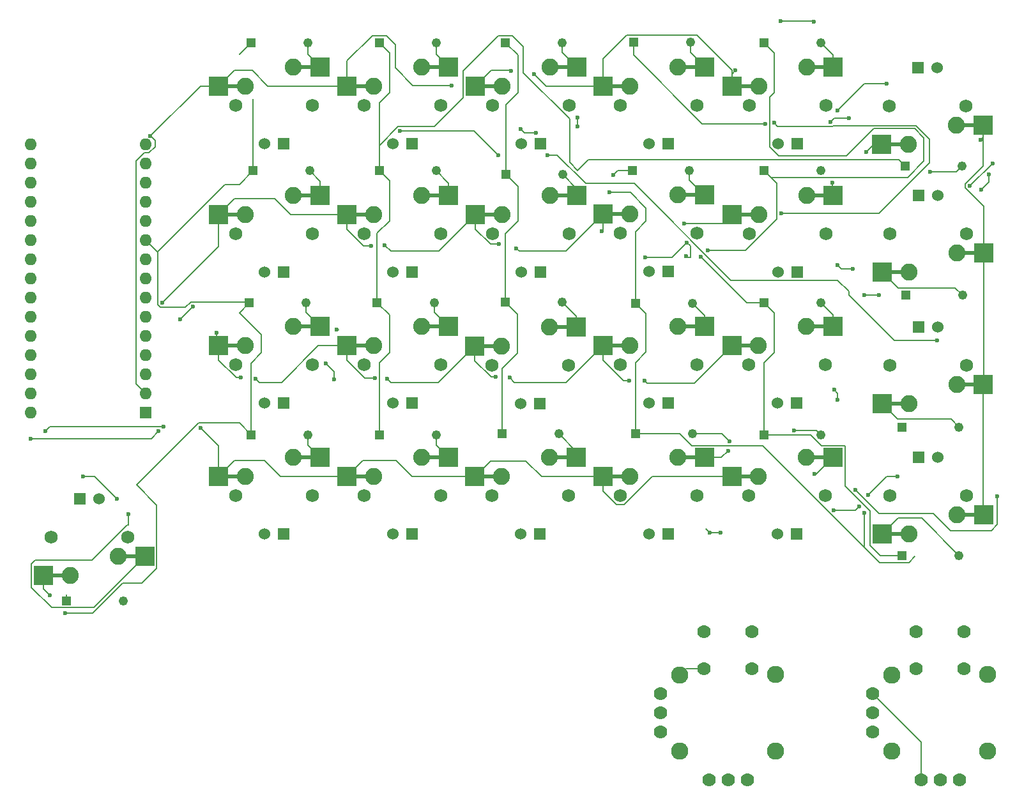
<source format=gbr>
%TF.GenerationSoftware,KiCad,Pcbnew,9.0.2*%
%TF.CreationDate,2025-06-30T11:43:15-04:00*%
%TF.ProjectId,PCB,5043422e-6b69-4636-9164-5f7063625858,rev?*%
%TF.SameCoordinates,Original*%
%TF.FileFunction,Copper,L2,Bot*%
%TF.FilePolarity,Positive*%
%FSLAX46Y46*%
G04 Gerber Fmt 4.6, Leading zero omitted, Abs format (unit mm)*
G04 Created by KiCad (PCBNEW 9.0.2) date 2025-06-30 11:43:15*
%MOMM*%
%LPD*%
G01*
G04 APERTURE LIST*
%TA.AperFunction,ComponentPad*%
%ADD10C,1.238000*%
%TD*%
%TA.AperFunction,ComponentPad*%
%ADD11R,1.238000X1.238000*%
%TD*%
%TA.AperFunction,ComponentPad*%
%ADD12C,1.778000*%
%TD*%
%TA.AperFunction,ComponentPad*%
%ADD13C,2.286000*%
%TD*%
%TA.AperFunction,ComponentPad*%
%ADD14R,1.600000X1.600000*%
%TD*%
%TA.AperFunction,ComponentPad*%
%ADD15O,1.600000X1.600000*%
%TD*%
%TA.AperFunction,WasherPad*%
%ADD16C,1.750000*%
%TD*%
%TA.AperFunction,ComponentPad*%
%ADD17C,2.250000*%
%TD*%
%TA.AperFunction,SMDPad,CuDef*%
%ADD18R,1.500000X0.508000*%
%TD*%
%TA.AperFunction,SMDPad,CuDef*%
%ADD19R,2.550000X2.500000*%
%TD*%
%TA.AperFunction,ComponentPad*%
%ADD20R,1.524000X1.524000*%
%TD*%
%TA.AperFunction,ComponentPad*%
%ADD21C,1.524000*%
%TD*%
%TA.AperFunction,ViaPad*%
%ADD22C,0.600000*%
%TD*%
%TA.AperFunction,Conductor*%
%ADD23C,0.200000*%
%TD*%
G04 APERTURE END LIST*
D10*
%TO.P,D5,A*%
%TO.N,Net-(D5-PadA)*%
X73768500Y-112000000D03*
D11*
%TO.P,D5,K*%
%TO.N,Row 1*%
X66231500Y-112000000D03*
%TD*%
D10*
%TO.P,D3,A*%
%TO.N,Net-(D3-PadA)*%
X98037000Y-72500000D03*
D11*
%TO.P,D3,K*%
%TO.N,Row 1*%
X90500000Y-72500000D03*
%TD*%
D10*
%TO.P,D1,A*%
%TO.N,Net-(D1-PadA)*%
X98268500Y-38000000D03*
D11*
%TO.P,D1,K*%
%TO.N,Row 1*%
X90731500Y-38000000D03*
%TD*%
D10*
%TO.P,D2,A*%
%TO.N,Net-(D2-PadA)*%
X98537000Y-55000000D03*
D11*
%TO.P,D2,K*%
%TO.N,Row 1*%
X91000000Y-55000000D03*
%TD*%
D10*
%TO.P,D18,A*%
%TO.N,Net-(D18-PadA)*%
X149218500Y-72550000D03*
D11*
%TO.P,D18,K*%
%TO.N,Row 4*%
X141681500Y-72550000D03*
%TD*%
D10*
%TO.P,D14,A*%
%TO.N,Net-(D14-PadA)*%
X131513500Y-89874000D03*
D11*
%TO.P,D14,K*%
%TO.N,Row 3*%
X123976500Y-89874000D03*
%TD*%
D12*
%TO.P,U1,B1A,SEL+*%
%TO.N,SEL1*%
X150755400Y-116066500D03*
%TO.P,U1,B1B*%
%TO.N,N/C*%
X157105400Y-116086300D03*
%TO.P,U1,B2A,SEL-*%
%TO.N,GND*%
X150755400Y-121006500D03*
%TO.P,U1,B2B*%
%TO.N,N/C*%
X157115400Y-121026500D03*
%TO.P,U1,H1,H+*%
%TO.N,+3V3*%
X151405400Y-135756500D03*
%TO.P,U1,H2,H*%
%TO.N,H1*%
X153945400Y-135776500D03*
%TO.P,U1,H3,H-*%
%TO.N,GND*%
X156485400Y-135756500D03*
D13*
%TO.P,U1,S1,SHIELD*%
X147580400Y-121816500D03*
%TO.P,U1,S2,SHIELD*%
X147580400Y-131946500D03*
%TO.P,U1,S3,SHIELD*%
X160280400Y-131961300D03*
%TO.P,U1,S4,SHIELD*%
X160280400Y-121801300D03*
D12*
%TO.P,U1,V1,V+*%
%TO.N,+3V3*%
X145040400Y-124341300D03*
%TO.P,U1,V2,V*%
%TO.N,V1*%
X145025400Y-126866500D03*
%TO.P,U1,V3,V-*%
%TO.N,GND*%
X145025400Y-129406500D03*
%TD*%
D14*
%TO.P,A1,1,D1/TX*%
%TO.N,Column 2*%
X76740000Y-87060000D03*
D15*
%TO.P,A1,2,D0/RX*%
%TO.N,Column 1*%
X76740000Y-84520000D03*
%TO.P,A1,3,~{RESET}*%
%TO.N,unconnected-(A1-~{RESET}-Pad3)*%
X76740000Y-81980000D03*
%TO.P,A1,4,GND*%
%TO.N,GND*%
X76740000Y-79440000D03*
%TO.P,A1,5,D2*%
%TO.N,SEL1*%
X76740000Y-76900000D03*
%TO.P,A1,6,D3*%
%TO.N,SEL2*%
X76740000Y-74360000D03*
%TO.P,A1,7,D4*%
%TO.N,Column 3*%
X76740000Y-71820000D03*
%TO.P,A1,8,D5*%
%TO.N,Column 4*%
X76740000Y-69280000D03*
%TO.P,A1,9,D6*%
%TO.N,Column 5*%
X76740000Y-66740000D03*
%TO.P,A1,10,D7*%
%TO.N,Row 1*%
X76740000Y-64200000D03*
%TO.P,A1,11,D8*%
%TO.N,Row 2*%
X76740000Y-61660000D03*
%TO.P,A1,12,D9*%
%TO.N,Row 3*%
X76740000Y-59120000D03*
%TO.P,A1,13,D10/CS*%
%TO.N,Row 4*%
X76740000Y-56580000D03*
%TO.P,A1,14,D11/COPI*%
%TO.N,Row 5*%
X76740000Y-54040000D03*
%TO.P,A1,15,D12/CIPO*%
%TO.N,ARGB*%
X76740000Y-51500000D03*
%TO.P,A1,16,D13/SCK*%
%TO.N,unconnected-(A1-D13{slash}SCK-Pad16)*%
X61500000Y-51500000D03*
%TO.P,A1,17,3V3*%
%TO.N,+3V3*%
X61500000Y-54040000D03*
%TO.P,A1,18,B0*%
%TO.N,unconnected-(A1-B0-Pad18)*%
X61500000Y-56580000D03*
%TO.P,A1,19,A0*%
%TO.N,V1*%
X61500000Y-59120000D03*
%TO.P,A1,20,A1*%
%TO.N,H1*%
X61500000Y-61660000D03*
%TO.P,A1,21,A2*%
%TO.N,V2*%
X61500000Y-64200000D03*
%TO.P,A1,22,A3*%
%TO.N,H2*%
X61500000Y-66740000D03*
%TO.P,A1,23,SDA/A4*%
%TO.N,unconnected-(A1-SDA{slash}A4-Pad23)*%
X61500000Y-69280000D03*
%TO.P,A1,24,SCL/A5*%
%TO.N,unconnected-(A1-SCL{slash}A5-Pad24)*%
X61500000Y-71820000D03*
%TO.P,A1,25,A6*%
%TO.N,unconnected-(A1-A6-Pad25)*%
X61500000Y-74360000D03*
%TO.P,A1,26,A7*%
%TO.N,unconnected-(A1-A7-Pad26)*%
X61500000Y-76900000D03*
%TO.P,A1,27,VUSB/5V*%
%TO.N,+5V*%
X61500000Y-79440000D03*
%TO.P,A1,28,B1*%
%TO.N,unconnected-(A1-B1-Pad28)*%
X61500000Y-81980000D03*
%TO.P,A1,29,GND*%
%TO.N,GND*%
X61500000Y-84520000D03*
%TO.P,A1,30,VIN*%
%TO.N,unconnected-(A1-VIN-Pad30)*%
X61500000Y-87060000D03*
%TD*%
D10*
%TO.P,D4,A*%
%TO.N,Net-(D4-PadA)*%
X98268500Y-90000000D03*
D11*
%TO.P,D4,K*%
%TO.N,Row 1*%
X90731500Y-90000000D03*
%TD*%
D10*
%TO.P,D8,A*%
%TO.N,Net-(D8-PadA)*%
X115000000Y-72500000D03*
D11*
%TO.P,D8,K*%
%TO.N,Row 2*%
X107463000Y-72500000D03*
%TD*%
D10*
%TO.P,D13,A*%
%TO.N,Net-(D13-PadA)*%
X131968500Y-72400000D03*
D11*
%TO.P,D13,K*%
%TO.N,Row 3*%
X124431500Y-72400000D03*
%TD*%
D10*
%TO.P,D10,A*%
%TO.N,Net-(D10-PadA)*%
X115268500Y-38000000D03*
D11*
%TO.P,D10,K*%
%TO.N,Row 2*%
X107731500Y-38000000D03*
%TD*%
D10*
%TO.P,D23,A*%
%TO.N,Net-(D23-PadA)*%
X166268500Y-72500000D03*
D11*
%TO.P,D23,K*%
%TO.N,Row 5*%
X158731500Y-72500000D03*
%TD*%
D10*
%TO.P,D19,A*%
%TO.N,Net-(D19-PadA)*%
X149208000Y-89856000D03*
D11*
%TO.P,D19,K*%
%TO.N,Row 4*%
X141671000Y-89856000D03*
%TD*%
D10*
%TO.P,D20,A*%
%TO.N,Net-(D20-PadA)*%
X184587000Y-89000000D03*
D11*
%TO.P,D20,K*%
%TO.N,Row 4*%
X177050000Y-89000000D03*
%TD*%
D10*
%TO.P,D21,A*%
%TO.N,Net-(D21-PadA)*%
X184587000Y-106000000D03*
D11*
%TO.P,D21,K*%
%TO.N,Row 5*%
X177050000Y-106000000D03*
%TD*%
D10*
%TO.P,D12,A*%
%TO.N,Net-(D12-PadA)*%
X132037250Y-55500000D03*
D11*
%TO.P,D12,K*%
%TO.N,Row 3*%
X124500250Y-55500000D03*
%TD*%
D10*
%TO.P,D24,A*%
%TO.N,Net-(D24-PadA)*%
X166268500Y-55000000D03*
D11*
%TO.P,D24,K*%
%TO.N,Row 5*%
X158731500Y-55000000D03*
%TD*%
D12*
%TO.P,U2,B1A,SEL+*%
%TO.N,SEL2*%
X178875000Y-116066500D03*
%TO.P,U2,B1B*%
%TO.N,N/C*%
X185225000Y-116086300D03*
%TO.P,U2,B2A,SEL-*%
%TO.N,GND*%
X178875000Y-121006500D03*
%TO.P,U2,B2B*%
%TO.N,N/C*%
X185235000Y-121026500D03*
%TO.P,U2,H1,H+*%
%TO.N,+3V3*%
X179525000Y-135756500D03*
%TO.P,U2,H2,H*%
%TO.N,H2*%
X182065000Y-135776500D03*
%TO.P,U2,H3,H-*%
%TO.N,GND*%
X184605000Y-135756500D03*
D13*
%TO.P,U2,S1,SHIELD*%
X175700000Y-121816500D03*
%TO.P,U2,S2,SHIELD*%
X175700000Y-131946500D03*
%TO.P,U2,S3,SHIELD*%
X188400000Y-131961300D03*
%TO.P,U2,S4,SHIELD*%
X188400000Y-121801300D03*
D12*
%TO.P,U2,V1,V+*%
%TO.N,+3V3*%
X173160000Y-124341300D03*
%TO.P,U2,V2,V*%
%TO.N,V2*%
X173145000Y-126866500D03*
%TO.P,U2,V3,V-*%
%TO.N,GND*%
X173145000Y-129406500D03*
%TD*%
D10*
%TO.P,D11,A*%
%TO.N,Net-(D11-PadA)*%
X132000000Y-38000000D03*
D11*
%TO.P,D11,K*%
%TO.N,Row 3*%
X124463000Y-38000000D03*
%TD*%
D10*
%TO.P,D15,A*%
%TO.N,Net-(D15-PadA)*%
X185037000Y-71500000D03*
D11*
%TO.P,D15,K*%
%TO.N,Row 3*%
X177500000Y-71500000D03*
%TD*%
D10*
%TO.P,D9,A*%
%TO.N,Net-(D9-PadA)*%
X115268500Y-55000000D03*
D11*
%TO.P,D9,K*%
%TO.N,Row 2*%
X107731500Y-55000000D03*
%TD*%
D10*
%TO.P,D7,A*%
%TO.N,Net-(D7-PadA)*%
X115268500Y-90000000D03*
D11*
%TO.P,D7,K*%
%TO.N,Row 2*%
X107731500Y-90000000D03*
%TD*%
D10*
%TO.P,D6,A*%
%TO.N,Net-(D6-PadA)*%
X184955800Y-54400000D03*
D11*
%TO.P,D6,K*%
%TO.N,Row 2*%
X177418800Y-54400000D03*
%TD*%
D10*
%TO.P,D17,A*%
%TO.N,Net-(D17-PadA)*%
X148837300Y-55000000D03*
D11*
%TO.P,D17,K*%
%TO.N,Row 4*%
X141300300Y-55000000D03*
%TD*%
D10*
%TO.P,D25,A*%
%TO.N,Net-(D25-PadA)*%
X166268500Y-38000000D03*
D11*
%TO.P,D25,K*%
%TO.N,Row 5*%
X158731500Y-38000000D03*
%TD*%
D10*
%TO.P,D16,A*%
%TO.N,Net-(D16-PadA)*%
X148987000Y-37975000D03*
D11*
%TO.P,D16,K*%
%TO.N,Row 4*%
X141450000Y-37975000D03*
%TD*%
D10*
%TO.P,D22,A*%
%TO.N,Net-(D22-PadA)*%
X166268500Y-90000000D03*
D11*
%TO.P,D22,K*%
%TO.N,Row 5*%
X158731500Y-90000000D03*
%TD*%
D16*
%TO.P,SW13,*%
%TO.N,*%
X149850000Y-46295000D03*
X139690000Y-46295000D03*
D17*
%TO.P,SW13,1,1*%
%TO.N,Column 1*%
X140960000Y-43755000D03*
D18*
X139245500Y-43755000D03*
D19*
X137410000Y-43755000D03*
%TO.P,SW13,2,2*%
%TO.N,Net-(D16-PadA)*%
X150860000Y-41215000D03*
D18*
X149024500Y-41215000D03*
D17*
X147310000Y-41215000D03*
D20*
%TO.P,SW13,3*%
%TO.N,N/C*%
X146040000Y-51375000D03*
D21*
%TO.P,SW13,4*%
X143500000Y-51375000D03*
%TD*%
D16*
%TO.P,SW9,*%
%TO.N,*%
X115895000Y-80724000D03*
X105735000Y-80724000D03*
D17*
%TO.P,SW9,1,1*%
%TO.N,Column 3*%
X107005000Y-78184000D03*
D18*
X105290500Y-78184000D03*
D19*
X103455000Y-78184000D03*
%TO.P,SW9,2,2*%
%TO.N,Net-(D8-PadA)*%
X116905000Y-75644000D03*
D18*
X115069500Y-75644000D03*
D17*
X113355000Y-75644000D03*
D20*
%TO.P,SW9,3*%
%TO.N,N/C*%
X112085000Y-85804000D03*
D21*
%TO.P,SW9,4*%
X109545000Y-85804000D03*
%TD*%
D16*
%TO.P,SW24,*%
%TO.N,*%
X166895000Y-80724000D03*
X156735000Y-80724000D03*
D17*
%TO.P,SW24,1,1*%
%TO.N,Column 3*%
X158005000Y-78184000D03*
D18*
X156290500Y-78184000D03*
D19*
X154455000Y-78184000D03*
%TO.P,SW24,2,2*%
%TO.N,Net-(D23-PadA)*%
X167905000Y-75644000D03*
D18*
X166069500Y-75644000D03*
D17*
X164355000Y-75644000D03*
D20*
%TO.P,SW24,3*%
%TO.N,N/C*%
X163085000Y-85804000D03*
D21*
%TO.P,SW24,4*%
X160545000Y-85804000D03*
%TD*%
D16*
%TO.P,SW7,*%
%TO.N,*%
X115900000Y-46300000D03*
X105740000Y-46300000D03*
D17*
%TO.P,SW7,1,1*%
%TO.N,Column 1*%
X107010000Y-43760000D03*
D18*
X105295500Y-43760000D03*
D19*
X103460000Y-43760000D03*
%TO.P,SW7,2,2*%
%TO.N,Net-(D10-PadA)*%
X116910000Y-41220000D03*
D18*
X115074500Y-41220000D03*
D17*
X113360000Y-41220000D03*
D20*
%TO.P,SW7,3*%
%TO.N,N/C*%
X112090000Y-51380000D03*
D21*
%TO.P,SW7,4*%
X109550000Y-51380000D03*
%TD*%
D16*
%TO.P,SW19,*%
%TO.N,*%
X149834500Y-98080000D03*
X139674500Y-98080000D03*
D17*
%TO.P,SW19,1,1*%
%TO.N,Column 4*%
X140944500Y-95540000D03*
D18*
X139230000Y-95540000D03*
D19*
X137394500Y-95540000D03*
%TO.P,SW19,2,2*%
%TO.N,Net-(D19-PadA)*%
X150844500Y-93000000D03*
D18*
X149009000Y-93000000D03*
D17*
X147294500Y-93000000D03*
D20*
%TO.P,SW19,3*%
%TO.N,N/C*%
X146024500Y-103160000D03*
D21*
%TO.P,SW19,4*%
X143484500Y-103160000D03*
%TD*%
D16*
%TO.P,SW3,*%
%TO.N,*%
X98900000Y-63320000D03*
X88740000Y-63320000D03*
D17*
%TO.P,SW3,1,1*%
%TO.N,Column 2*%
X90010000Y-60780000D03*
D18*
X88295500Y-60780000D03*
D19*
X86460000Y-60780000D03*
%TO.P,SW3,2,2*%
%TO.N,Net-(D2-PadA)*%
X99910000Y-58240000D03*
D18*
X98074500Y-58240000D03*
D17*
X96360000Y-58240000D03*
D20*
%TO.P,SW3,3*%
%TO.N,N/C*%
X95090000Y-68400000D03*
D21*
%TO.P,SW3,4*%
X92550000Y-68400000D03*
%TD*%
D16*
%TO.P,SW11,*%
%TO.N,*%
X175308500Y-46405000D03*
X185468500Y-46405000D03*
D17*
%TO.P,SW11,1,1*%
%TO.N,Column 5*%
X184198500Y-48945000D03*
D18*
X185913000Y-48945000D03*
D19*
X187748500Y-48945000D03*
%TO.P,SW11,2,2*%
%TO.N,Net-(D6-PadA)*%
X174298500Y-51485000D03*
D18*
X176134000Y-51485000D03*
D17*
X177848500Y-51485000D03*
D20*
%TO.P,SW11,3*%
%TO.N,N/C*%
X179118500Y-41325000D03*
D21*
%TO.P,SW11,4*%
X181658500Y-41325000D03*
%TD*%
D16*
%TO.P,SW17,*%
%TO.N,*%
X149850000Y-80725000D03*
X139690000Y-80725000D03*
D17*
%TO.P,SW17,1,1*%
%TO.N,Column 3*%
X140960000Y-78185000D03*
D18*
X139245500Y-78185000D03*
D19*
X137410000Y-78185000D03*
%TO.P,SW17,2,2*%
%TO.N,Net-(D18-PadA)*%
X150860000Y-75645000D03*
D18*
X149024500Y-75645000D03*
D17*
X147310000Y-75645000D03*
D20*
%TO.P,SW17,3*%
%TO.N,N/C*%
X146040000Y-85805000D03*
D21*
%TO.P,SW17,4*%
X143500000Y-85805000D03*
%TD*%
D16*
%TO.P,SW26,*%
%TO.N,*%
X175398500Y-98060000D03*
X185558500Y-98060000D03*
D17*
%TO.P,SW26,1,1*%
%TO.N,Column 5*%
X184288500Y-100600000D03*
D18*
X186003000Y-100600000D03*
D19*
X187838500Y-100600000D03*
%TO.P,SW26,2,2*%
%TO.N,Net-(D21-PadA)*%
X174388500Y-103140000D03*
D18*
X176224000Y-103140000D03*
D17*
X177938500Y-103140000D03*
D20*
%TO.P,SW26,3*%
%TO.N,N/C*%
X179208500Y-92980000D03*
D21*
%TO.P,SW26,4*%
X181748500Y-92980000D03*
%TD*%
D16*
%TO.P,SW2,*%
%TO.N,*%
X98905000Y-46300000D03*
X88745000Y-46300000D03*
D17*
%TO.P,SW2,1,1*%
%TO.N,Column 1*%
X90015000Y-43760000D03*
D18*
X88300500Y-43760000D03*
D19*
X86465000Y-43760000D03*
%TO.P,SW2,2,2*%
%TO.N,Net-(D1-PadA)*%
X99915000Y-41220000D03*
D18*
X98079500Y-41220000D03*
D17*
X96365000Y-41220000D03*
D20*
%TO.P,SW2,3*%
%TO.N,N/C*%
X95095000Y-51380000D03*
D21*
%TO.P,SW2,4*%
X92555000Y-51380000D03*
%TD*%
D16*
%TO.P,SW12,*%
%TO.N,*%
X132900000Y-46300000D03*
X122740000Y-46300000D03*
D17*
%TO.P,SW12,1,1*%
%TO.N,Column 1*%
X124010000Y-43760000D03*
D18*
X122295500Y-43760000D03*
D19*
X120460000Y-43760000D03*
%TO.P,SW12,2,2*%
%TO.N,Net-(D11-PadA)*%
X133910000Y-41220000D03*
D18*
X132074500Y-41220000D03*
D17*
X130360000Y-41220000D03*
D20*
%TO.P,SW12,3*%
%TO.N,N/C*%
X129090000Y-51380000D03*
D21*
%TO.P,SW12,4*%
X126550000Y-51380000D03*
%TD*%
D16*
%TO.P,SW14,*%
%TO.N,*%
X132920000Y-63330000D03*
X122760000Y-63330000D03*
D17*
%TO.P,SW14,1,1*%
%TO.N,Column 2*%
X124030000Y-60790000D03*
D18*
X122315500Y-60790000D03*
D19*
X120480000Y-60790000D03*
%TO.P,SW14,2,2*%
%TO.N,Net-(D12-PadA)*%
X133930000Y-58250000D03*
D18*
X132094500Y-58250000D03*
D17*
X130380000Y-58250000D03*
D20*
%TO.P,SW14,3*%
%TO.N,N/C*%
X129110000Y-68410000D03*
D21*
%TO.P,SW14,4*%
X126570000Y-68410000D03*
%TD*%
D16*
%TO.P,SW5,*%
%TO.N,*%
X98895000Y-98058000D03*
X88735000Y-98058000D03*
D17*
%TO.P,SW5,1,1*%
%TO.N,Column 4*%
X90005000Y-95518000D03*
D18*
X88290500Y-95518000D03*
D19*
X86455000Y-95518000D03*
%TO.P,SW5,2,2*%
%TO.N,Net-(D4-PadA)*%
X99905000Y-92978000D03*
D18*
X98069500Y-92978000D03*
D17*
X96355000Y-92978000D03*
D20*
%TO.P,SW5,3*%
%TO.N,N/C*%
X95085000Y-103138000D03*
D21*
%TO.P,SW5,4*%
X92545000Y-103138000D03*
%TD*%
D16*
%TO.P,SW6,*%
%TO.N,*%
X64220000Y-103600000D03*
X74380000Y-103600000D03*
D17*
%TO.P,SW6,1,1*%
%TO.N,Column 5*%
X73110000Y-106140000D03*
D18*
X74824500Y-106140000D03*
D19*
X76660000Y-106140000D03*
%TO.P,SW6,2,2*%
%TO.N,Net-(D5-PadA)*%
X63210000Y-108680000D03*
D18*
X65045500Y-108680000D03*
D17*
X66760000Y-108680000D03*
D20*
%TO.P,SW6,3*%
%TO.N,N/C*%
X68030000Y-98520000D03*
D21*
%TO.P,SW6,4*%
X70570000Y-98520000D03*
%TD*%
D16*
%TO.P,SW22,*%
%TO.N,*%
X166900000Y-46300000D03*
X156740000Y-46300000D03*
D17*
%TO.P,SW22,1,1*%
%TO.N,Column 1*%
X158010000Y-43760000D03*
D18*
X156295500Y-43760000D03*
D19*
X154460000Y-43760000D03*
%TO.P,SW22,2,2*%
%TO.N,Net-(D25-PadA)*%
X167910000Y-41220000D03*
D18*
X166074500Y-41220000D03*
D17*
X164360000Y-41220000D03*
D20*
%TO.P,SW22,3*%
%TO.N,N/C*%
X163090000Y-51380000D03*
D21*
%TO.P,SW22,4*%
X160550000Y-51380000D03*
%TD*%
D16*
%TO.P,SW4,*%
%TO.N,*%
X98895000Y-80724000D03*
X88735000Y-80724000D03*
D17*
%TO.P,SW4,1,1*%
%TO.N,Column 3*%
X90005000Y-78184000D03*
D18*
X88290500Y-78184000D03*
D19*
X86455000Y-78184000D03*
%TO.P,SW4,2,2*%
%TO.N,Net-(D3-PadA)*%
X99905000Y-75644000D03*
D18*
X98069500Y-75644000D03*
D17*
X96355000Y-75644000D03*
D20*
%TO.P,SW4,3*%
%TO.N,N/C*%
X95085000Y-85804000D03*
D21*
%TO.P,SW4,4*%
X92545000Y-85804000D03*
%TD*%
D16*
%TO.P,SW25,*%
%TO.N,*%
X166895000Y-98058000D03*
X156735000Y-98058000D03*
D17*
%TO.P,SW25,1,1*%
%TO.N,Column 4*%
X158005000Y-95518000D03*
D18*
X156290500Y-95518000D03*
D19*
X154455000Y-95518000D03*
%TO.P,SW25,2,2*%
%TO.N,Net-(D22-PadA)*%
X167905000Y-92978000D03*
D18*
X166069500Y-92978000D03*
D17*
X164355000Y-92978000D03*
D20*
%TO.P,SW25,3*%
%TO.N,N/C*%
X163085000Y-103138000D03*
D21*
%TO.P,SW25,4*%
X160545000Y-103138000D03*
%TD*%
D16*
%TO.P,SW20,*%
%TO.N,*%
X175398500Y-63360000D03*
X185558500Y-63360000D03*
D17*
%TO.P,SW20,1,1*%
%TO.N,Column 5*%
X184288500Y-65900000D03*
D18*
X186003000Y-65900000D03*
D19*
X187838500Y-65900000D03*
%TO.P,SW20,2,2*%
%TO.N,Net-(D15-PadA)*%
X174388500Y-68440000D03*
D18*
X176224000Y-68440000D03*
D17*
X177938500Y-68440000D03*
D20*
%TO.P,SW20,3*%
%TO.N,N/C*%
X179208500Y-58280000D03*
D21*
%TO.P,SW20,4*%
X181748500Y-58280000D03*
%TD*%
D16*
%TO.P,SW23,*%
%TO.N,*%
X166900000Y-63320000D03*
X156740000Y-63320000D03*
D17*
%TO.P,SW23,1,1*%
%TO.N,Column 2*%
X158010000Y-60780000D03*
D18*
X156295500Y-60780000D03*
D19*
X154460000Y-60780000D03*
%TO.P,SW23,2,2*%
%TO.N,Net-(D24-PadA)*%
X167910000Y-58240000D03*
D18*
X166074500Y-58240000D03*
D17*
X164360000Y-58240000D03*
D20*
%TO.P,SW23,3*%
%TO.N,N/C*%
X163090000Y-68400000D03*
D21*
%TO.P,SW23,4*%
X160550000Y-68400000D03*
%TD*%
D16*
%TO.P,SW10,*%
%TO.N,*%
X115895000Y-98058000D03*
X105735000Y-98058000D03*
D17*
%TO.P,SW10,1,1*%
%TO.N,Column 4*%
X107005000Y-95518000D03*
D18*
X105290500Y-95518000D03*
D19*
X103455000Y-95518000D03*
%TO.P,SW10,2,2*%
%TO.N,Net-(D7-PadA)*%
X116905000Y-92978000D03*
D18*
X115069500Y-92978000D03*
D17*
X113355000Y-92978000D03*
D20*
%TO.P,SW10,3*%
%TO.N,N/C*%
X112085000Y-103138000D03*
D21*
%TO.P,SW10,4*%
X109545000Y-103138000D03*
%TD*%
D16*
%TO.P,SW21,*%
%TO.N,*%
X175368500Y-80760000D03*
X185528500Y-80760000D03*
D17*
%TO.P,SW21,1,1*%
%TO.N,Column 5*%
X184258500Y-83300000D03*
D18*
X185973000Y-83300000D03*
D19*
X187808500Y-83300000D03*
%TO.P,SW21,2,2*%
%TO.N,Net-(D20-PadA)*%
X174358500Y-85840000D03*
D18*
X176194000Y-85840000D03*
D17*
X177908500Y-85840000D03*
D20*
%TO.P,SW21,3*%
%TO.N,N/C*%
X179178500Y-75680000D03*
D21*
%TO.P,SW21,4*%
X181718500Y-75680000D03*
%TD*%
D16*
%TO.P,SW15,*%
%TO.N,*%
X149850000Y-63300000D03*
X139690000Y-63300000D03*
D17*
%TO.P,SW15,1,1*%
%TO.N,Column 2*%
X140960000Y-60760000D03*
D18*
X139245500Y-60760000D03*
D19*
X137410000Y-60760000D03*
%TO.P,SW15,2,2*%
%TO.N,Net-(D17-PadA)*%
X150860000Y-58220000D03*
D18*
X149024500Y-58220000D03*
D17*
X147310000Y-58220000D03*
D20*
%TO.P,SW15,3*%
%TO.N,N/C*%
X146040000Y-68380000D03*
D21*
%TO.P,SW15,4*%
X143500000Y-68380000D03*
%TD*%
D16*
%TO.P,SW18,*%
%TO.N,*%
X132834500Y-98080000D03*
X122674500Y-98080000D03*
D17*
%TO.P,SW18,1,1*%
%TO.N,Column 4*%
X123944500Y-95540000D03*
D18*
X122230000Y-95540000D03*
D19*
X120394500Y-95540000D03*
%TO.P,SW18,2,2*%
%TO.N,Net-(D14-PadA)*%
X133844500Y-93000000D03*
D18*
X132009000Y-93000000D03*
D17*
X130294500Y-93000000D03*
D20*
%TO.P,SW18,3*%
%TO.N,N/C*%
X129024500Y-103160000D03*
D21*
%TO.P,SW18,4*%
X126484500Y-103160000D03*
%TD*%
D16*
%TO.P,SW8,*%
%TO.N,*%
X115900000Y-63320000D03*
X105740000Y-63320000D03*
D17*
%TO.P,SW8,1,1*%
%TO.N,Column 2*%
X107010000Y-60780000D03*
D18*
X105295500Y-60780000D03*
D19*
X103460000Y-60780000D03*
%TO.P,SW8,2,2*%
%TO.N,Net-(D9-PadA)*%
X116910000Y-58240000D03*
D18*
X115074500Y-58240000D03*
D17*
X113360000Y-58240000D03*
D20*
%TO.P,SW8,3*%
%TO.N,N/C*%
X112090000Y-68400000D03*
D21*
%TO.P,SW8,4*%
X109550000Y-68400000D03*
%TD*%
D16*
%TO.P,SW16,*%
%TO.N,*%
X132850000Y-80750000D03*
X122690000Y-80750000D03*
D17*
%TO.P,SW16,1,1*%
%TO.N,Column 3*%
X123960000Y-78210000D03*
D18*
X122245500Y-78210000D03*
D19*
X120410000Y-78210000D03*
%TO.P,SW16,2,2*%
%TO.N,Net-(D13-PadA)*%
X133860000Y-75670000D03*
D18*
X132024500Y-75670000D03*
D17*
X130310000Y-75670000D03*
D20*
%TO.P,SW16,3*%
%TO.N,N/C*%
X129040000Y-85830000D03*
D21*
%TO.P,SW16,4*%
X126500000Y-85830000D03*
%TD*%
D22*
%TO.N,Column 4*%
X84040000Y-89050000D03*
%TO.N,Column 2*%
X123620000Y-64730000D03*
X79000000Y-72500000D03*
X137260000Y-63030000D03*
X106630000Y-64924000D03*
X125920000Y-65300000D03*
X148150000Y-62010000D03*
X108440000Y-64850000D03*
X141000000Y-60190000D03*
%TO.N,Column 3*%
X123200000Y-82340000D03*
X142930000Y-82830000D03*
X107131500Y-82460000D03*
X125010000Y-82440000D03*
X89370000Y-82440000D03*
X91331500Y-82580000D03*
X86170000Y-76510000D03*
X140900000Y-82830000D03*
X108750000Y-82550000D03*
%TO.N,Column 1*%
X128281332Y-42162654D03*
X117290000Y-43690000D03*
X77400000Y-50379999D03*
X125172488Y-41795801D03*
X120490000Y-43710000D03*
X154940000Y-41640000D03*
%TO.N,+5V*%
X189670000Y-98180000D03*
X170875000Y-97333031D03*
%TO.N,Row 4*%
X172040000Y-100330000D03*
X158878910Y-48760000D03*
X138740000Y-55570000D03*
X161024599Y-60610000D03*
X138201985Y-57857368D03*
X160078910Y-48640000D03*
%TO.N,GND*%
X171343498Y-99500000D03*
X167961000Y-99973942D03*
X168500000Y-67500000D03*
X73000000Y-98500000D03*
X176450000Y-95500000D03*
X128500000Y-50000000D03*
X170500000Y-68000000D03*
X172500000Y-98000000D03*
X168500000Y-85341000D03*
X134000000Y-47924000D03*
X186000000Y-57000000D03*
X189000000Y-54000000D03*
X134000000Y-49124000D03*
X148500000Y-64500000D03*
X126500000Y-49500000D03*
X168500000Y-47000000D03*
X148375000Y-66300000D03*
X68500000Y-95500000D03*
X143000000Y-66500000D03*
X175010614Y-43489386D03*
X168000000Y-84000000D03*
X153000000Y-103000000D03*
X151500000Y-103000000D03*
%TO.N,Row 1*%
X66100000Y-113660000D03*
%TO.N,Row 5*%
X150380000Y-66400000D03*
X151239236Y-65540764D03*
%TO.N,SEL1*%
X61500000Y-90500000D03*
X78500000Y-89500000D03*
%TO.N,SEL2*%
X63500000Y-89500000D03*
X79100000Y-88934313D03*
%TO.N,Column 5*%
X74500000Y-100500000D03*
X187454500Y-50870000D03*
X160950000Y-35160000D03*
X83000000Y-73000000D03*
X165370000Y-35230000D03*
X81305735Y-74694265D03*
%TO.N,Row 3*%
X174000000Y-71500000D03*
X172000000Y-71500000D03*
%TO.N,Net-(D37-DOUT)*%
X102125000Y-76050000D03*
X100660000Y-80500000D03*
X101780000Y-82650000D03*
%TO.N,Net-(D44-DOUT)*%
X170000000Y-48000000D03*
X167500000Y-48500000D03*
%TO.N,Net-(D48-DOUT)*%
X110500000Y-49717000D03*
X123500000Y-52900000D03*
X130000000Y-52900000D03*
X181640873Y-77501000D03*
%TO.N,Net-(D49-DOUT)*%
X188500000Y-55500000D03*
X187500000Y-57500000D03*
%TO.N,Net-(D5-PadA)*%
X64100000Y-111290000D03*
%TO.N,Net-(D6-PadA)*%
X172250000Y-52520000D03*
X180740000Y-55160000D03*
%TO.N,Net-(D19-PadA)*%
X153990000Y-92100000D03*
X154120000Y-90849000D03*
%TO.N,Net-(D24-PadA)*%
X167770000Y-56600000D03*
%TO.N,Net-(D22-PadA)*%
X165440000Y-95210000D03*
X162710000Y-89400000D03*
%TD*%
D23*
%TO.N,Column 4*%
X140171970Y-99281000D02*
X143934970Y-95518000D01*
X103455000Y-95518000D02*
X105538421Y-93434579D01*
X143934970Y-95518000D02*
X154455000Y-95518000D01*
X127186579Y-93456579D02*
X129270000Y-95540000D01*
X109952018Y-93434579D02*
X112057439Y-95540000D01*
X120394500Y-95540000D02*
X122477921Y-93456579D01*
X112057439Y-95540000D02*
X120394500Y-95540000D01*
X94628000Y-95518000D02*
X103455000Y-95518000D01*
X137394500Y-97498470D02*
X139177030Y-99281000D01*
X92544579Y-93434579D02*
X94628000Y-95518000D01*
X122477921Y-93456579D02*
X127186579Y-93456579D01*
X129270000Y-95540000D02*
X137394500Y-95540000D01*
X88538421Y-93434579D02*
X92544579Y-93434579D01*
X86455000Y-95518000D02*
X86455000Y-91465000D01*
X86455000Y-91465000D02*
X84040000Y-89050000D01*
X105538421Y-93434579D02*
X109952018Y-93434579D01*
X86455000Y-95518000D02*
X88538421Y-93434579D01*
X139177030Y-99281000D02*
X140171970Y-99281000D01*
X137394500Y-95540000D02*
X137394500Y-97498470D01*
%TO.N,Column 2*%
X88550000Y-58690000D02*
X93863597Y-58690000D01*
X137410000Y-62880000D02*
X137410000Y-60760000D01*
X120480000Y-62748470D02*
X122461530Y-64730000D01*
X137260000Y-63030000D02*
X137410000Y-62880000D01*
X123216579Y-60216579D02*
X124431500Y-61431500D01*
X103460000Y-60780000D02*
X103460000Y-62738470D01*
X126291090Y-65671090D02*
X132498910Y-65671090D01*
X120480000Y-60790000D02*
X120480000Y-62748470D01*
X95953597Y-60780000D02*
X104926579Y-60780000D01*
X105645530Y-64924000D02*
X106630000Y-64924000D01*
X108440000Y-64850000D02*
X109251090Y-65661090D01*
X154460000Y-60780000D02*
X153230000Y-62010000D01*
X86460000Y-60780000D02*
X88550000Y-58690000D01*
X132498910Y-65671090D02*
X137410000Y-60760000D01*
X86460000Y-65040000D02*
X79000000Y-72500000D01*
X86460000Y-60780000D02*
X86460000Y-65040000D01*
X122461530Y-64730000D02*
X123620000Y-64730000D01*
X109251090Y-65661090D02*
X115608910Y-65661090D01*
X115608910Y-65661090D02*
X120480000Y-60790000D01*
X153230000Y-62010000D02*
X148150000Y-62010000D01*
X103460000Y-62738470D02*
X105645530Y-64924000D01*
X141000000Y-61000000D02*
X141500000Y-61500000D01*
X93863597Y-58690000D02*
X95953597Y-60780000D01*
X125920000Y-65300000D02*
X126291090Y-65671090D01*
X141000000Y-60190000D02*
X141000000Y-61000000D01*
%TO.N,Column 3*%
X103675000Y-79250000D02*
X103675000Y-77400000D01*
X149499000Y-83140000D02*
X154455000Y-78184000D01*
X91331500Y-82580000D02*
X91816590Y-83065090D01*
X88752530Y-82440000D02*
X89370000Y-82440000D01*
X122581530Y-82340000D02*
X123200000Y-82340000D01*
X115554910Y-83065090D02*
X120410000Y-78210000D01*
X132503910Y-83091090D02*
X137410000Y-78185000D01*
X86170000Y-76510000D02*
X86170000Y-77899000D01*
X108750000Y-82550000D02*
X109265090Y-83065090D01*
X105772530Y-82460000D02*
X107131500Y-82460000D01*
X120410000Y-78210000D02*
X120410000Y-80168470D01*
X120410000Y-80168470D02*
X122581530Y-82340000D01*
X86455000Y-78184000D02*
X86455000Y-80142470D01*
X142930000Y-82830000D02*
X143240000Y-83140000D01*
X91816590Y-83065090D02*
X94784711Y-83065090D01*
X109265090Y-83065090D02*
X115554910Y-83065090D01*
X94784711Y-83065090D02*
X99665801Y-78184000D01*
X137410000Y-78185000D02*
X137410000Y-80143470D01*
X86455000Y-80142470D02*
X88752530Y-82440000D01*
X103455000Y-80142470D02*
X105772530Y-82460000D01*
X125661090Y-83091090D02*
X132503910Y-83091090D01*
X137410000Y-80143470D02*
X140096530Y-82830000D01*
X99665801Y-78184000D02*
X103455000Y-78184000D01*
X143240000Y-83140000D02*
X149499000Y-83140000D01*
X140096530Y-82830000D02*
X140900000Y-82830000D01*
X103455000Y-78184000D02*
X103455000Y-80142470D01*
X86170000Y-77899000D02*
X86455000Y-78184000D01*
X125010000Y-82440000D02*
X125661090Y-83091090D01*
%TO.N,+3V3*%
X173160000Y-124341300D02*
X179525000Y-130706300D01*
X179525000Y-130706300D02*
X179525000Y-135756500D01*
%TO.N,Row 2*%
X134034303Y-54965697D02*
X135431579Y-53568421D01*
X107731500Y-55000000D02*
X107731500Y-51635557D01*
X125383000Y-37080000D02*
X126850289Y-38547289D01*
X132957250Y-53888644D02*
X134034303Y-54965697D01*
X107731500Y-80425970D02*
X107731500Y-90000000D01*
X107731500Y-45984903D02*
X107731500Y-55000000D01*
X107731500Y-55000000D02*
X109093421Y-56361921D01*
X107463000Y-63273403D02*
X107463000Y-72500000D01*
X115079000Y-49116000D02*
X118884000Y-45311000D01*
X107731500Y-51635557D02*
X110251057Y-49116000D01*
X109093421Y-56361921D02*
X109093421Y-61642982D01*
X126850289Y-42019488D02*
X132957250Y-48126449D01*
X123543000Y-37080000D02*
X125383000Y-37080000D01*
X109093421Y-44622982D02*
X107731500Y-45984903D01*
X109088421Y-74125421D02*
X109088421Y-79069049D01*
X132957250Y-48126449D02*
X132957250Y-53888644D01*
X109093421Y-39361921D02*
X109093421Y-44622982D01*
X118884000Y-45311000D02*
X118884000Y-41739000D01*
X126850289Y-38547289D02*
X126850289Y-42019488D01*
X176587221Y-53568421D02*
X177418800Y-54400000D01*
X107463000Y-72500000D02*
X109088421Y-74125421D01*
X109088421Y-79069049D02*
X107731500Y-80425970D01*
X118884000Y-41739000D02*
X123543000Y-37080000D01*
X109093421Y-61642982D02*
X107463000Y-63273403D01*
X135431579Y-53568421D02*
X156830000Y-53568421D01*
X107731500Y-38000000D02*
X109093421Y-39361921D01*
X156830000Y-53568421D02*
X176587221Y-53568421D01*
X110251057Y-49116000D02*
X115079000Y-49116000D01*
%TO.N,Column 1*%
X88548421Y-41676579D02*
X86465000Y-43760000D01*
X75500000Y-53722950D02*
X76621950Y-52601000D01*
X86465000Y-43760000D02*
X84019999Y-43760000D01*
X140530000Y-37055000D02*
X149800894Y-37055000D01*
X120490000Y-43710000D02*
X120490000Y-43730000D01*
X128281332Y-42162654D02*
X129873678Y-43755000D01*
X103460000Y-43760000D02*
X103460000Y-40431500D01*
X154940000Y-41690000D02*
X154460000Y-42170000D01*
X76621950Y-52601000D02*
X77196050Y-52601000D01*
X149800894Y-37055000D02*
X154460000Y-41714106D01*
X154460000Y-42170000D02*
X154460000Y-43760000D01*
X108651500Y-37080000D02*
X109850289Y-38278789D01*
X122543421Y-41676579D02*
X125053266Y-41676579D01*
X77500000Y-50479999D02*
X77400000Y-50379999D01*
X75500000Y-83280000D02*
X75500000Y-53722950D01*
X90877982Y-41676579D02*
X88548421Y-41676579D01*
X137410000Y-43755000D02*
X137410000Y-40175000D01*
X77500000Y-50500000D02*
X77500000Y-50479999D01*
X77196050Y-52601000D02*
X78000000Y-51797050D01*
X112190000Y-43690000D02*
X117290000Y-43690000D01*
X129873678Y-43755000D02*
X137410000Y-43755000D01*
X109850289Y-38278789D02*
X109850289Y-41350289D01*
X78000000Y-51000000D02*
X77500000Y-50500000D01*
X109850289Y-41350289D02*
X112190000Y-43690000D01*
X76740000Y-84520000D02*
X75500000Y-83280000D01*
X120460000Y-43760000D02*
X122543421Y-41676579D01*
X103460000Y-43760000D02*
X92961403Y-43760000D01*
X78000000Y-51797050D02*
X78000000Y-51000000D01*
X84019999Y-43760000D02*
X77400000Y-50379999D01*
X120490000Y-43730000D02*
X120460000Y-43760000D01*
X103460000Y-40431500D02*
X106811500Y-37080000D01*
X106811500Y-37080000D02*
X108651500Y-37080000D01*
X125053266Y-41676579D02*
X125172488Y-41795801D01*
X154940000Y-41640000D02*
X154940000Y-41690000D01*
X92961403Y-43760000D02*
X90877982Y-41676579D01*
X154460000Y-41714106D02*
X154460000Y-43760000D01*
X137410000Y-40175000D02*
X140530000Y-37055000D01*
%TO.N,+5V*%
X189670000Y-101895500D02*
X189670000Y-98180000D01*
X188882079Y-102683421D02*
X189670000Y-101895500D01*
X170875000Y-97333031D02*
X173943059Y-100401090D01*
X173943059Y-100401090D02*
X181143187Y-100401090D01*
X181143187Y-100401090D02*
X183425518Y-102683421D01*
X183425518Y-102683421D02*
X188882079Y-102683421D01*
%TO.N,Row 4*%
X167748943Y-49101000D02*
X167849364Y-49000579D01*
X174057115Y-106920000D02*
X172040000Y-104902885D01*
X158587530Y-91449000D02*
X174058530Y-106920000D01*
X177970000Y-106920000D02*
X174057115Y-106920000D01*
X160078910Y-48640000D02*
X160539910Y-49101000D01*
X160539910Y-49101000D02*
X167748943Y-49101000D01*
X167849364Y-49000579D02*
X178877582Y-49000579D01*
X174000000Y-60610000D02*
X161024599Y-60610000D01*
X143093021Y-59946618D02*
X143093021Y-61666179D01*
X141450000Y-39664199D02*
X150545801Y-48760000D01*
X141671000Y-89856000D02*
X147536000Y-89856000D01*
X178877582Y-49000579D02*
X180685500Y-50808497D01*
X141300300Y-55000000D02*
X139310000Y-55000000D01*
X172040000Y-104902885D02*
X172040000Y-100330000D01*
X141681500Y-72550000D02*
X143043421Y-73911921D01*
X143043421Y-73911921D02*
X143043421Y-79047982D01*
X143093021Y-61666179D02*
X141681500Y-63077700D01*
X149129000Y-91449000D02*
X158587530Y-91449000D01*
X141003771Y-57857368D02*
X143093021Y-59946618D01*
X150545801Y-48760000D02*
X158878910Y-48760000D01*
X141671000Y-80420403D02*
X141671000Y-89856000D01*
X138201985Y-57857368D02*
X141003771Y-57857368D01*
X180685500Y-50808497D02*
X180685500Y-53924500D01*
X147536000Y-89856000D02*
X149129000Y-91449000D01*
X141681500Y-63077700D02*
X141681500Y-72550000D01*
X139310000Y-55000000D02*
X138740000Y-55570000D01*
X177970000Y-106920000D02*
X178751921Y-106138079D01*
X141450000Y-37975000D02*
X141450000Y-39664199D01*
X180685500Y-53924500D02*
X174000000Y-60610000D01*
X143043421Y-79047982D02*
X141671000Y-80420403D01*
X174058530Y-106920000D02*
X177970000Y-106920000D01*
%TO.N,GND*%
X70000000Y-95500000D02*
X68500000Y-95500000D01*
X172010614Y-43489386D02*
X168500000Y-47000000D01*
X169000000Y-68000000D02*
X170500000Y-68000000D01*
X168500000Y-84500000D02*
X168000000Y-84000000D01*
X186000000Y-57000000D02*
X189000000Y-54000000D01*
X134000000Y-47924000D02*
X134000000Y-49124000D01*
X175010614Y-43489386D02*
X172010614Y-43489386D01*
X73000000Y-98500000D02*
X70000000Y-95500000D01*
X128500000Y-50000000D02*
X127000000Y-50000000D01*
X151500000Y-103000000D02*
X151000000Y-102500000D01*
X153000000Y-103000000D02*
X151500000Y-103000000D01*
X172500000Y-98000000D02*
X175000000Y-95500000D01*
X148575000Y-66500000D02*
X148375000Y-66300000D01*
X168500000Y-85341000D02*
X168500000Y-84500000D01*
X175000000Y-95500000D02*
X176450000Y-95500000D01*
X150755400Y-121006500D02*
X148390400Y-121006500D01*
X146500000Y-66500000D02*
X143000000Y-66500000D01*
X167961000Y-99973942D02*
X170869556Y-99973942D01*
X168500000Y-67500000D02*
X169000000Y-68000000D01*
X127000000Y-50000000D02*
X126500000Y-49500000D01*
X148500000Y-64500000D02*
X149000000Y-65000000D01*
X148390400Y-121006500D02*
X147580400Y-121816500D01*
X149000000Y-66500000D02*
X148575000Y-66500000D01*
X148500000Y-64500000D02*
X146500000Y-66500000D01*
X149000000Y-65000000D02*
X149000000Y-66500000D01*
X170869556Y-99973942D02*
X171343498Y-99500000D01*
%TO.N,Row 1*%
X82751057Y-72399000D02*
X90399000Y-72399000D01*
X69707100Y-113660000D02*
X66100000Y-113660000D01*
X78399000Y-65810000D02*
X78399000Y-72748943D01*
X76263450Y-109663550D02*
X73703550Y-109663550D01*
X78350000Y-65810000D02*
X78399000Y-65810000D01*
X78236000Y-107691000D02*
X76263450Y-109663550D01*
X90731500Y-38000000D02*
X89201579Y-39529921D01*
X78399000Y-72748943D02*
X78751057Y-73101000D01*
X91000000Y-55000000D02*
X89196579Y-56803421D01*
X78751057Y-73101000D02*
X82049057Y-73101000D01*
X73703550Y-109663550D02*
X69707100Y-113660000D01*
X89180500Y-88449000D02*
X83791057Y-88449000D01*
X89191579Y-73808421D02*
X92088421Y-76705263D01*
X87309579Y-56803421D02*
X78399000Y-65714000D01*
X91000000Y-45500000D02*
X91000000Y-55000000D01*
X90731500Y-90000000D02*
X89180500Y-88449000D01*
X83791057Y-88449000D02*
X75581000Y-96659057D01*
X78236000Y-99314057D02*
X78236000Y-107691000D01*
X89196579Y-56803421D02*
X87309579Y-56803421D01*
X90500000Y-72500000D02*
X89191579Y-73808421D01*
X78399000Y-65714000D02*
X78399000Y-65810000D01*
X90731500Y-80496699D02*
X90731500Y-90000000D01*
X76740000Y-64200000D02*
X78350000Y-65810000D01*
X82049057Y-73101000D02*
X82751057Y-72399000D01*
X92088421Y-79139778D02*
X90731500Y-80496699D01*
X90399000Y-72399000D02*
X90500000Y-72500000D01*
X92088421Y-76705263D02*
X92088421Y-79139778D01*
X75581000Y-96659057D02*
X78236000Y-99314057D01*
X66231500Y-111181000D02*
X66231500Y-112000000D01*
%TO.N,Row 5*%
X172812500Y-100119059D02*
X172812500Y-104691000D01*
X166329000Y-91427000D02*
X169481000Y-91427000D01*
X160678579Y-53036000D02*
X169620500Y-53036000D01*
X158731500Y-55000000D02*
X160424599Y-56693099D01*
X160093421Y-44622982D02*
X159478910Y-45237493D01*
X150380000Y-66400000D02*
X156480000Y-72500000D01*
X159219599Y-62609599D02*
X158731500Y-63097699D01*
X164902000Y-90000000D02*
X166329000Y-91427000D01*
X158731500Y-80425970D02*
X158731500Y-90000000D01*
X160424599Y-61404600D02*
X159219599Y-62609599D01*
X159478910Y-45237493D02*
X159478910Y-51836331D01*
X156480000Y-72500000D02*
X158731500Y-72500000D01*
X159651500Y-55920000D02*
X158731500Y-55000000D01*
X169481000Y-91427000D02*
X169481000Y-96787559D01*
X158731500Y-38000000D02*
X160093421Y-39361921D01*
X177738800Y-55920000D02*
X159651500Y-55920000D01*
X169481000Y-96787559D02*
X172812500Y-100119059D01*
X172812500Y-104691000D02*
X174121500Y-106000000D01*
X174121500Y-106000000D02*
X177050000Y-106000000D01*
X158731500Y-90000000D02*
X164902000Y-90000000D01*
X160088421Y-79069049D02*
X158731500Y-80425970D01*
X159219599Y-62609599D02*
X156288434Y-65540764D01*
X156288434Y-65540764D02*
X151239236Y-65540764D01*
X169620500Y-53036000D02*
X173254921Y-49401579D01*
X179931921Y-53726879D02*
X177738800Y-55920000D01*
X173254921Y-49401579D02*
X178711482Y-49401579D01*
X179931921Y-50622018D02*
X179931921Y-53726879D01*
X158731500Y-72500000D02*
X160088421Y-73856921D01*
X160088421Y-73856921D02*
X160088421Y-79069049D01*
X160424599Y-56693099D02*
X160424599Y-61404600D01*
X159478910Y-51836331D02*
X160678579Y-53036000D01*
X160093421Y-39361921D02*
X160093421Y-44622982D01*
X178711482Y-49401579D02*
X179931921Y-50622018D01*
%TO.N,SEL1*%
X61500000Y-90500000D02*
X77500000Y-90500000D01*
X77500000Y-90500000D02*
X78500000Y-89500000D01*
%TO.N,SEL2*%
X64101000Y-88899000D02*
X79064687Y-88899000D01*
X79064687Y-88899000D02*
X79100000Y-88934313D01*
X63500000Y-89500000D02*
X64101000Y-88899000D01*
%TO.N,Column 5*%
X83000000Y-73000000D02*
X81305735Y-74694265D01*
X187808500Y-100570000D02*
X187838500Y-100600000D01*
X69684951Y-106596579D02*
X62166421Y-106596579D01*
X187748500Y-54401557D02*
X187748500Y-48945000D01*
X163790000Y-35120000D02*
X165260000Y-35120000D01*
X74281530Y-102000000D02*
X69684951Y-106596579D01*
X69880000Y-112920000D02*
X76660000Y-106140000D01*
X185399000Y-57248943D02*
X185399000Y-56751057D01*
X74500000Y-100500000D02*
X74500000Y-102000000D01*
X61634000Y-107129000D02*
X61634000Y-110231000D01*
X64323000Y-112920000D02*
X69880000Y-112920000D01*
X74500000Y-102000000D02*
X74281530Y-102000000D01*
X187454500Y-50870000D02*
X187748500Y-50576000D01*
X160990000Y-35120000D02*
X163790000Y-35120000D01*
X61634000Y-110231000D02*
X64323000Y-112920000D01*
X62166421Y-106596579D02*
X61634000Y-107129000D01*
X187838500Y-59688443D02*
X185399000Y-57248943D01*
X187838500Y-65900000D02*
X187838500Y-59688443D01*
X187748500Y-50576000D02*
X187748500Y-48945000D01*
X165260000Y-35120000D02*
X165370000Y-35230000D01*
X187838500Y-83270000D02*
X187808500Y-83300000D01*
X187838500Y-65900000D02*
X187838500Y-83270000D01*
X185399000Y-56751057D02*
X187748500Y-54401557D01*
X187808500Y-83300000D02*
X187808500Y-100570000D01*
X160950000Y-35160000D02*
X160990000Y-35120000D01*
%TO.N,Row 3*%
X126113421Y-61652982D02*
X124431500Y-63334903D01*
X126043421Y-74011921D02*
X126043421Y-79165778D01*
X124500250Y-55500000D02*
X126113421Y-57113171D01*
X124500250Y-46216153D02*
X126093421Y-44622982D01*
X124500250Y-55500000D02*
X124500250Y-46216153D01*
X174000000Y-71500000D02*
X172000000Y-71500000D01*
X123976500Y-81232699D02*
X123976500Y-89874000D01*
X126093421Y-39630421D02*
X124463000Y-38000000D01*
X124431500Y-72400000D02*
X126043421Y-74011921D01*
X126043421Y-79165778D02*
X123976500Y-81232699D01*
X126113421Y-57113171D02*
X126113421Y-61652982D01*
X126093421Y-44622982D02*
X126093421Y-39630421D01*
X124431500Y-63334903D02*
X124431500Y-72400000D01*
%TO.N,Net-(D37-DOUT)*%
X101780000Y-81620000D02*
X101780000Y-82650000D01*
X102325000Y-76050000D02*
X102125000Y-76050000D01*
X100660000Y-80500000D02*
X101780000Y-81620000D01*
%TO.N,Net-(D44-DOUT)*%
X167500000Y-48500000D02*
X167350002Y-48500000D01*
X168000000Y-48000000D02*
X167500000Y-48500000D01*
X170000000Y-48000000D02*
X168000000Y-48000000D01*
%TO.N,Net-(D48-DOUT)*%
X176001000Y-77501000D02*
X181640873Y-77501000D01*
X154349943Y-69500000D02*
X168500000Y-69500000D01*
X141548943Y-56699000D02*
X154349943Y-69500000D01*
X170000000Y-71500000D02*
X176001000Y-77501000D01*
X170000000Y-71000000D02*
X170000000Y-71500000D01*
X135109000Y-56699000D02*
X141548943Y-56699000D01*
X120317000Y-49717000D02*
X123500000Y-52900000D01*
X131310000Y-52900000D02*
X135109000Y-56699000D01*
X168500000Y-69500000D02*
X170000000Y-71000000D01*
X110500000Y-49717000D02*
X120317000Y-49717000D01*
X130000000Y-52900000D02*
X131310000Y-52900000D01*
%TO.N,Net-(D49-DOUT)*%
X188500000Y-56500000D02*
X187500000Y-57500000D01*
X188500000Y-55500000D02*
X188500000Y-56500000D01*
%TO.N,Net-(D1-PadA)*%
X98268500Y-39573500D02*
X99915000Y-41220000D01*
X98268500Y-38000000D02*
X98268500Y-39573500D01*
%TO.N,Net-(D2-PadA)*%
X99910000Y-58240000D02*
X99910000Y-56373000D01*
X99910000Y-56373000D02*
X98537000Y-55000000D01*
%TO.N,Net-(D3-PadA)*%
X98037000Y-72500000D02*
X98037000Y-73776000D01*
X98037000Y-73776000D02*
X99905000Y-75644000D01*
%TO.N,Net-(D4-PadA)*%
X98268500Y-91341500D02*
X99905000Y-92978000D01*
X98268500Y-90000000D02*
X98268500Y-91341500D01*
%TO.N,Net-(D5-PadA)*%
X63210000Y-108680000D02*
X63210000Y-110400000D01*
X63210000Y-110400000D02*
X64100000Y-111290000D01*
%TO.N,Net-(D10-PadA)*%
X115268500Y-39578500D02*
X116910000Y-41220000D01*
X115268500Y-38000000D02*
X115268500Y-39578500D01*
%TO.N,Net-(D9-PadA)*%
X116910000Y-58240000D02*
X116910000Y-56641500D01*
X116910000Y-56641500D02*
X115268500Y-55000000D01*
%TO.N,Net-(D8-PadA)*%
X115000000Y-73739000D02*
X116905000Y-75644000D01*
X115000000Y-72500000D02*
X115000000Y-73739000D01*
%TO.N,Net-(D7-PadA)*%
X116905000Y-92978000D02*
X115268500Y-91341500D01*
X115268500Y-91341500D02*
X115268500Y-90000000D01*
%TO.N,Net-(D6-PadA)*%
X184195800Y-55160000D02*
X180740000Y-55160000D01*
X184955800Y-54400000D02*
X184195800Y-55160000D01*
X172250000Y-52520000D02*
X173285000Y-51485000D01*
X173285000Y-51485000D02*
X174298500Y-51485000D01*
%TO.N,Net-(D11-PadA)*%
X132000000Y-38000000D02*
X132000000Y-39310000D01*
X132000000Y-39310000D02*
X133910000Y-41220000D01*
%TO.N,Net-(D16-PadA)*%
X148987000Y-39342000D02*
X150860000Y-41215000D01*
X148987000Y-37975000D02*
X148987000Y-39342000D01*
%TO.N,Net-(D12-PadA)*%
X133930000Y-57392750D02*
X133930000Y-58250000D01*
X132037250Y-55500000D02*
X133930000Y-57392750D01*
%TO.N,Net-(D17-PadA)*%
X148837300Y-55000000D02*
X148837300Y-56197300D01*
X148837300Y-56197300D02*
X150860000Y-58220000D01*
%TO.N,Net-(D13-PadA)*%
X133860000Y-74291500D02*
X133860000Y-75670000D01*
X131968500Y-72400000D02*
X133860000Y-74291500D01*
%TO.N,Net-(D18-PadA)*%
X150860000Y-74191500D02*
X150860000Y-75645000D01*
X149218500Y-72550000D02*
X150860000Y-74191500D01*
%TO.N,Net-(D14-PadA)*%
X131513500Y-89874000D02*
X133844500Y-92205000D01*
X133844500Y-92205000D02*
X133844500Y-93000000D01*
%TO.N,Net-(D19-PadA)*%
X153990000Y-92100000D02*
X153090000Y-93000000D01*
X153127000Y-89856000D02*
X154120000Y-90849000D01*
X149208000Y-89856000D02*
X153127000Y-89856000D01*
X153090000Y-93000000D02*
X150844500Y-93000000D01*
%TO.N,Net-(D15-PadA)*%
X174000000Y-68000000D02*
X174500000Y-68000000D01*
X184060421Y-70523421D02*
X185037000Y-71500000D01*
X176471921Y-70523421D02*
X184060421Y-70523421D01*
X174388500Y-68440000D02*
X176471921Y-70523421D01*
%TO.N,Net-(D20-PadA)*%
X174358500Y-85840000D02*
X176441921Y-87923421D01*
X176441921Y-87923421D02*
X183510421Y-87923421D01*
X183510421Y-87923421D02*
X184587000Y-89000000D01*
%TO.N,Net-(D25-PadA)*%
X167910000Y-39641500D02*
X167910000Y-41220000D01*
X166268500Y-38000000D02*
X167910000Y-39641500D01*
%TO.N,Net-(D24-PadA)*%
X167770000Y-58100000D02*
X167910000Y-58240000D01*
X167770000Y-56600000D02*
X167770000Y-58100000D01*
%TO.N,Net-(D23-PadA)*%
X166268500Y-72500000D02*
X167905000Y-74136500D01*
X167905000Y-74136500D02*
X167905000Y-75644000D01*
%TO.N,Net-(D22-PadA)*%
X166268500Y-90000000D02*
X165668500Y-89400000D01*
X165673000Y-95210000D02*
X167905000Y-92978000D01*
X165668500Y-89400000D02*
X162710000Y-89400000D01*
X165440000Y-95210000D02*
X165673000Y-95210000D01*
%TO.N,Net-(D21-PadA)*%
X176471921Y-101056579D02*
X174388500Y-103140000D01*
X179643579Y-101056579D02*
X176471921Y-101056579D01*
X184587000Y-106000000D02*
X179643579Y-101056579D01*
%TD*%
M02*

</source>
